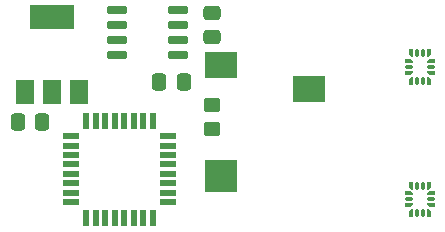
<source format=gbr>
%TF.GenerationSoftware,KiCad,Pcbnew,(6.0.2-0)*%
%TF.CreationDate,2023-10-19T17:34:18-05:00*%
%TF.ProjectId,airsticks_pcb,61697273-7469-4636-9b73-5f7063622e6b,rev?*%
%TF.SameCoordinates,Original*%
%TF.FileFunction,Paste,Top*%
%TF.FilePolarity,Positive*%
%FSLAX46Y46*%
G04 Gerber Fmt 4.6, Leading zero omitted, Abs format (unit mm)*
G04 Created by KiCad (PCBNEW (6.0.2-0)) date 2023-10-19 17:34:18*
%MOMM*%
%LPD*%
G01*
G04 APERTURE LIST*
G04 Aperture macros list*
%AMRoundRect*
0 Rectangle with rounded corners*
0 $1 Rounding radius*
0 $2 $3 $4 $5 $6 $7 $8 $9 X,Y pos of 4 corners*
0 Add a 4 corners polygon primitive as box body*
4,1,4,$2,$3,$4,$5,$6,$7,$8,$9,$2,$3,0*
0 Add four circle primitives for the rounded corners*
1,1,$1+$1,$2,$3*
1,1,$1+$1,$4,$5*
1,1,$1+$1,$6,$7*
1,1,$1+$1,$8,$9*
0 Add four rect primitives between the rounded corners*
20,1,$1+$1,$2,$3,$4,$5,0*
20,1,$1+$1,$4,$5,$6,$7,0*
20,1,$1+$1,$6,$7,$8,$9,0*
20,1,$1+$1,$8,$9,$2,$3,0*%
%AMFreePoly0*
4,1,48,0.036020,0.199191,0.037970,0.199714,0.040958,0.198321,0.057086,0.195477,0.069630,0.184951,0.084467,0.178033,0.290533,-0.028033,0.293203,-0.031847,0.294953,-0.032857,0.296081,-0.035957,0.305473,-0.049370,0.306900,-0.065680,0.312500,-0.081066,0.312500,-0.125000,0.310782,-0.134742,0.311361,-0.138024,0.309695,-0.140910,0.307977,-0.150652,0.295451,-0.165579,0.285709,-0.182453,
0.279350,-0.184767,0.275000,-0.189952,0.255809,-0.193336,0.237500,-0.200000,-0.237500,-0.200000,-0.247242,-0.198282,-0.250524,-0.198861,-0.253410,-0.197195,-0.263152,-0.195477,-0.278079,-0.182951,-0.294953,-0.173209,-0.297267,-0.166850,-0.302452,-0.162500,-0.305836,-0.143309,-0.312500,-0.125000,-0.312500,0.125000,-0.310782,0.134742,-0.311361,0.138024,-0.309695,0.140910,-0.307977,0.150652,
-0.295451,0.165579,-0.285709,0.182453,-0.279350,0.184767,-0.275000,0.189952,-0.255809,0.193336,-0.237500,0.200000,0.031434,0.200000,0.036020,0.199191,0.036020,0.199191,$1*%
%AMFreePoly1*
4,1,48,0.247242,0.198282,0.250524,0.198861,0.253410,0.197195,0.263152,0.195477,0.278079,0.182951,0.294953,0.173209,0.297267,0.166850,0.302452,0.162500,0.305836,0.143309,0.312500,0.125000,0.312500,0.081066,0.311691,0.076480,0.312214,0.074529,0.310820,0.071540,0.307977,0.055414,0.297452,0.042871,0.290533,0.028033,0.084467,-0.178033,0.080653,-0.180703,0.079643,-0.182453,
0.076543,-0.183581,0.063130,-0.192973,0.046819,-0.194400,0.031434,-0.200000,-0.237500,-0.200000,-0.247242,-0.198282,-0.250524,-0.198861,-0.253410,-0.197195,-0.263152,-0.195477,-0.278079,-0.182951,-0.294953,-0.173209,-0.297267,-0.166850,-0.302452,-0.162500,-0.305836,-0.143309,-0.312500,-0.125000,-0.312500,0.125000,-0.310782,0.134742,-0.311361,0.138024,-0.309695,0.140910,-0.307977,0.150652,
-0.295451,0.165579,-0.285709,0.182453,-0.279350,0.184767,-0.275000,0.189952,-0.255809,0.193336,-0.237500,0.200000,0.237500,0.200000,0.247242,0.198282,0.247242,0.198282,$1*%
%AMFreePoly2*
4,1,48,0.134742,0.310782,0.138024,0.311361,0.140910,0.309695,0.150652,0.307977,0.165579,0.295451,0.182453,0.285709,0.184767,0.279350,0.189952,0.275000,0.193336,0.255809,0.200000,0.237500,0.200000,-0.237500,0.198282,-0.247242,0.198861,-0.250524,0.197195,-0.253410,0.195477,-0.263152,0.182951,-0.278079,0.173209,-0.294953,0.166850,-0.297267,0.162500,-0.302452,0.143309,-0.305836,
0.125000,-0.312500,-0.125000,-0.312500,-0.134742,-0.310782,-0.138024,-0.311361,-0.140910,-0.309695,-0.150652,-0.307977,-0.165579,-0.295451,-0.182453,-0.285709,-0.184767,-0.279350,-0.189952,-0.275000,-0.193336,-0.255809,-0.200000,-0.237500,-0.200000,0.031434,-0.199191,0.036020,-0.199714,0.037970,-0.198321,0.040958,-0.195477,0.057086,-0.184951,0.069630,-0.178033,0.084467,0.028033,0.290533,
0.031847,0.293203,0.032857,0.294953,0.035957,0.296081,0.049370,0.305473,0.065680,0.306900,0.081066,0.312500,0.125000,0.312500,0.134742,0.310782,0.134742,0.310782,$1*%
%AMFreePoly3*
4,1,48,-0.076480,0.311691,-0.074530,0.312214,-0.071542,0.310821,-0.055414,0.307977,-0.042870,0.297451,-0.028033,0.290533,0.178033,0.084467,0.180703,0.080653,0.182453,0.079643,0.183581,0.076543,0.192973,0.063130,0.194400,0.046820,0.200000,0.031434,0.200000,-0.237500,0.198282,-0.247242,0.198861,-0.250524,0.197195,-0.253410,0.195477,-0.263152,0.182951,-0.278079,0.173209,-0.294953,
0.166850,-0.297267,0.162500,-0.302452,0.143309,-0.305836,0.125000,-0.312500,-0.125000,-0.312500,-0.134742,-0.310782,-0.138024,-0.311361,-0.140910,-0.309695,-0.150652,-0.307977,-0.165579,-0.295451,-0.182453,-0.285709,-0.184767,-0.279350,-0.189952,-0.275000,-0.193336,-0.255809,-0.200000,-0.237500,-0.200000,0.237500,-0.198282,0.247242,-0.198861,0.250524,-0.197195,0.253410,-0.195477,0.263152,
-0.182951,0.278079,-0.173209,0.294953,-0.166850,0.297267,-0.162500,0.302452,-0.143309,0.305836,-0.125000,0.312500,-0.081066,0.312500,-0.076480,0.311691,-0.076480,0.311691,$1*%
%AMFreePoly4*
4,1,48,0.247242,0.198282,0.250524,0.198861,0.253410,0.197195,0.263152,0.195477,0.278079,0.182951,0.294953,0.173209,0.297267,0.166850,0.302452,0.162500,0.305836,0.143309,0.312500,0.125000,0.312500,-0.125000,0.310782,-0.134742,0.311361,-0.138024,0.309695,-0.140910,0.307977,-0.150652,0.295451,-0.165579,0.285709,-0.182453,0.279350,-0.184767,0.275000,-0.189952,0.255809,-0.193336,
0.237500,-0.200000,-0.031434,-0.200000,-0.036020,-0.199191,-0.037971,-0.199714,-0.040960,-0.198320,-0.057086,-0.195477,-0.069629,-0.184952,-0.084467,-0.178033,-0.290533,0.028033,-0.293203,0.031847,-0.294953,0.032857,-0.296081,0.035957,-0.305473,0.049370,-0.306900,0.065681,-0.312500,0.081066,-0.312500,0.125000,-0.310782,0.134742,-0.311361,0.138024,-0.309695,0.140910,-0.307977,0.150652,
-0.295451,0.165579,-0.285709,0.182453,-0.279350,0.184767,-0.275000,0.189952,-0.255809,0.193336,-0.237500,0.200000,0.237500,0.200000,0.247242,0.198282,0.247242,0.198282,$1*%
%AMFreePoly5*
4,1,48,0.247242,0.198282,0.250524,0.198861,0.253410,0.197195,0.263152,0.195477,0.278079,0.182951,0.294953,0.173209,0.297267,0.166850,0.302452,0.162500,0.305836,0.143309,0.312500,0.125000,0.312500,-0.125000,0.310782,-0.134742,0.311361,-0.138024,0.309695,-0.140910,0.307977,-0.150652,0.295451,-0.165579,0.285709,-0.182453,0.279350,-0.184767,0.275000,-0.189952,0.255809,-0.193336,
0.237500,-0.200000,-0.237500,-0.200000,-0.247242,-0.198282,-0.250524,-0.198861,-0.253410,-0.197195,-0.263152,-0.195477,-0.278079,-0.182951,-0.294953,-0.173209,-0.297267,-0.166850,-0.302452,-0.162500,-0.305836,-0.143309,-0.312500,-0.125000,-0.312500,-0.081066,-0.311691,-0.076480,-0.312214,-0.074530,-0.310821,-0.071542,-0.307977,-0.055414,-0.297451,-0.042870,-0.290533,-0.028033,-0.084467,0.178033,
-0.080653,0.180703,-0.079643,0.182453,-0.076543,0.183581,-0.063130,0.192973,-0.046820,0.194400,-0.031434,0.200000,0.237500,0.200000,0.247242,0.198282,0.247242,0.198282,$1*%
%AMFreePoly6*
4,1,48,0.134742,0.310782,0.138024,0.311361,0.140910,0.309695,0.150652,0.307977,0.165579,0.295451,0.182453,0.285709,0.184767,0.279350,0.189952,0.275000,0.193336,0.255809,0.200000,0.237500,0.200000,-0.031434,0.199191,-0.036020,0.199714,-0.037971,0.198320,-0.040960,0.195477,-0.057086,0.184952,-0.069629,0.178033,-0.084467,-0.028033,-0.290533,-0.031847,-0.293203,-0.032857,-0.294953,
-0.035957,-0.296081,-0.049370,-0.305473,-0.065681,-0.306900,-0.081066,-0.312500,-0.125000,-0.312500,-0.134742,-0.310782,-0.138024,-0.311361,-0.140910,-0.309695,-0.150652,-0.307977,-0.165579,-0.295451,-0.182453,-0.285709,-0.184767,-0.279350,-0.189952,-0.275000,-0.193336,-0.255809,-0.200000,-0.237500,-0.200000,0.237500,-0.198282,0.247242,-0.198861,0.250524,-0.197195,0.253410,-0.195477,0.263152,
-0.182951,0.278079,-0.173209,0.294953,-0.166850,0.297267,-0.162500,0.302452,-0.143309,0.305836,-0.125000,0.312500,0.125000,0.312500,0.134742,0.310782,0.134742,0.310782,$1*%
%AMFreePoly7*
4,1,48,0.134742,0.310782,0.138024,0.311361,0.140910,0.309695,0.150652,0.307977,0.165579,0.295451,0.182453,0.285709,0.184767,0.279350,0.189952,0.275000,0.193336,0.255809,0.200000,0.237500,0.200000,-0.237500,0.198282,-0.247242,0.198861,-0.250524,0.197195,-0.253410,0.195477,-0.263152,0.182951,-0.278079,0.173209,-0.294953,0.166850,-0.297267,0.162500,-0.302452,0.143309,-0.305836,
0.125000,-0.312500,0.081066,-0.312500,0.076480,-0.311691,0.074529,-0.312214,0.071540,-0.310820,0.055414,-0.307977,0.042871,-0.297452,0.028033,-0.290533,-0.178033,-0.084467,-0.180703,-0.080653,-0.182453,-0.079643,-0.183581,-0.076543,-0.192973,-0.063130,-0.194400,-0.046819,-0.200000,-0.031434,-0.200000,0.237500,-0.198282,0.247242,-0.198861,0.250524,-0.197195,0.253410,-0.195477,0.263152,
-0.182951,0.278079,-0.173209,0.294953,-0.166850,0.297267,-0.162500,0.302452,-0.143309,0.305836,-0.125000,0.312500,0.125000,0.312500,0.134742,0.310782,0.134742,0.310782,$1*%
G04 Aperture macros list end*
%ADD10R,2.800000X2.200000*%
%ADD11R,2.800000X2.800000*%
%ADD12FreePoly0,90.000000*%
%ADD13RoundRect,0.100000X0.100000X-0.212500X0.100000X0.212500X-0.100000X0.212500X-0.100000X-0.212500X0*%
%ADD14FreePoly1,90.000000*%
%ADD15FreePoly2,90.000000*%
%ADD16RoundRect,0.100000X0.212500X-0.100000X0.212500X0.100000X-0.212500X0.100000X-0.212500X-0.100000X0*%
%ADD17FreePoly3,90.000000*%
%ADD18FreePoly4,90.000000*%
%ADD19FreePoly5,90.000000*%
%ADD20FreePoly6,90.000000*%
%ADD21FreePoly7,90.000000*%
%ADD22RoundRect,0.250000X0.337500X0.475000X-0.337500X0.475000X-0.337500X-0.475000X0.337500X-0.475000X0*%
%ADD23RoundRect,0.250000X-0.475000X0.337500X-0.475000X-0.337500X0.475000X-0.337500X0.475000X0.337500X0*%
%ADD24R,1.500000X2.000000*%
%ADD25R,3.800000X2.000000*%
%ADD26RoundRect,0.250000X-0.450000X0.350000X-0.450000X-0.350000X0.450000X-0.350000X0.450000X0.350000X0*%
%ADD27RoundRect,0.150000X-0.725000X-0.150000X0.725000X-0.150000X0.725000X0.150000X-0.725000X0.150000X0*%
%ADD28R,1.473200X0.508000*%
%ADD29R,0.508000X1.473200*%
G04 APERTURE END LIST*
D10*
%TO.C,J5*%
X56200000Y-61400000D03*
X48800000Y-59400000D03*
D11*
X48800000Y-68800000D03*
%TD*%
D12*
%TO.C,xlr_right1*%
X64900000Y-60712500D03*
D13*
X65400000Y-60712500D03*
X65900000Y-60712500D03*
D14*
X66400000Y-60712500D03*
D15*
X66562500Y-60050000D03*
D16*
X66562500Y-59550000D03*
D17*
X66562500Y-59050000D03*
D18*
X66400000Y-58387500D03*
D13*
X65900000Y-58387500D03*
X65400000Y-58387500D03*
D19*
X64900000Y-58387500D03*
D20*
X64737500Y-59050000D03*
D16*
X64737500Y-59550000D03*
D21*
X64737500Y-60050000D03*
%TD*%
D22*
%TO.C,C1*%
X45637500Y-60800000D03*
X43562500Y-60800000D03*
%TD*%
D23*
%TO.C,C3*%
X48000000Y-54962500D03*
X48000000Y-57037500D03*
%TD*%
D24*
%TO.C,U5*%
X32200000Y-61650000D03*
D25*
X34500000Y-55350000D03*
D24*
X34500000Y-61650000D03*
X36800000Y-61650000D03*
%TD*%
D12*
%TO.C,xlr_left1*%
X64900000Y-71912500D03*
D13*
X65400000Y-71912500D03*
X65900000Y-71912500D03*
D14*
X66400000Y-71912500D03*
D15*
X66562500Y-71250000D03*
D16*
X66562500Y-70750000D03*
D17*
X66562500Y-70250000D03*
D18*
X66400000Y-69587500D03*
D13*
X65900000Y-69587500D03*
X65400000Y-69587500D03*
D19*
X64900000Y-69587500D03*
D20*
X64737500Y-70250000D03*
D16*
X64737500Y-70750000D03*
D21*
X64737500Y-71250000D03*
%TD*%
D26*
%TO.C,R1*%
X48000000Y-62800000D03*
X48000000Y-64800000D03*
%TD*%
D22*
%TO.C,C4*%
X33637500Y-64200000D03*
X31562500Y-64200000D03*
%TD*%
D27*
%TO.C,U4*%
X40025000Y-54695000D03*
X40025000Y-55965000D03*
X40025000Y-57235000D03*
X40025000Y-58505000D03*
X45175000Y-58505000D03*
X45175000Y-57235000D03*
X45175000Y-55965000D03*
X45175000Y-54695000D03*
%TD*%
D28*
%TO.C,U1*%
X36085200Y-65400001D03*
X36085200Y-66199999D03*
X36085200Y-67000000D03*
X36085200Y-67800001D03*
X36085200Y-68599999D03*
X36085200Y-69400000D03*
X36085200Y-70199999D03*
X36085200Y-70999999D03*
D29*
X37400001Y-72314800D03*
X38199999Y-72314800D03*
X39000000Y-72314800D03*
X39800001Y-72314800D03*
X40599999Y-72314800D03*
X41400000Y-72314800D03*
X42199999Y-72314800D03*
X42999999Y-72314800D03*
D28*
X44314800Y-70999999D03*
X44314800Y-70200001D03*
X44314800Y-69400000D03*
X44314800Y-68599999D03*
X44314800Y-67800001D03*
X44314800Y-67000000D03*
X44314800Y-66200001D03*
X44314800Y-65400001D03*
D29*
X42999999Y-64085200D03*
X42200001Y-64085200D03*
X41400000Y-64085200D03*
X40599999Y-64085200D03*
X39800001Y-64085200D03*
X39000000Y-64085200D03*
X38200001Y-64085200D03*
X37400001Y-64085200D03*
%TD*%
M02*

</source>
